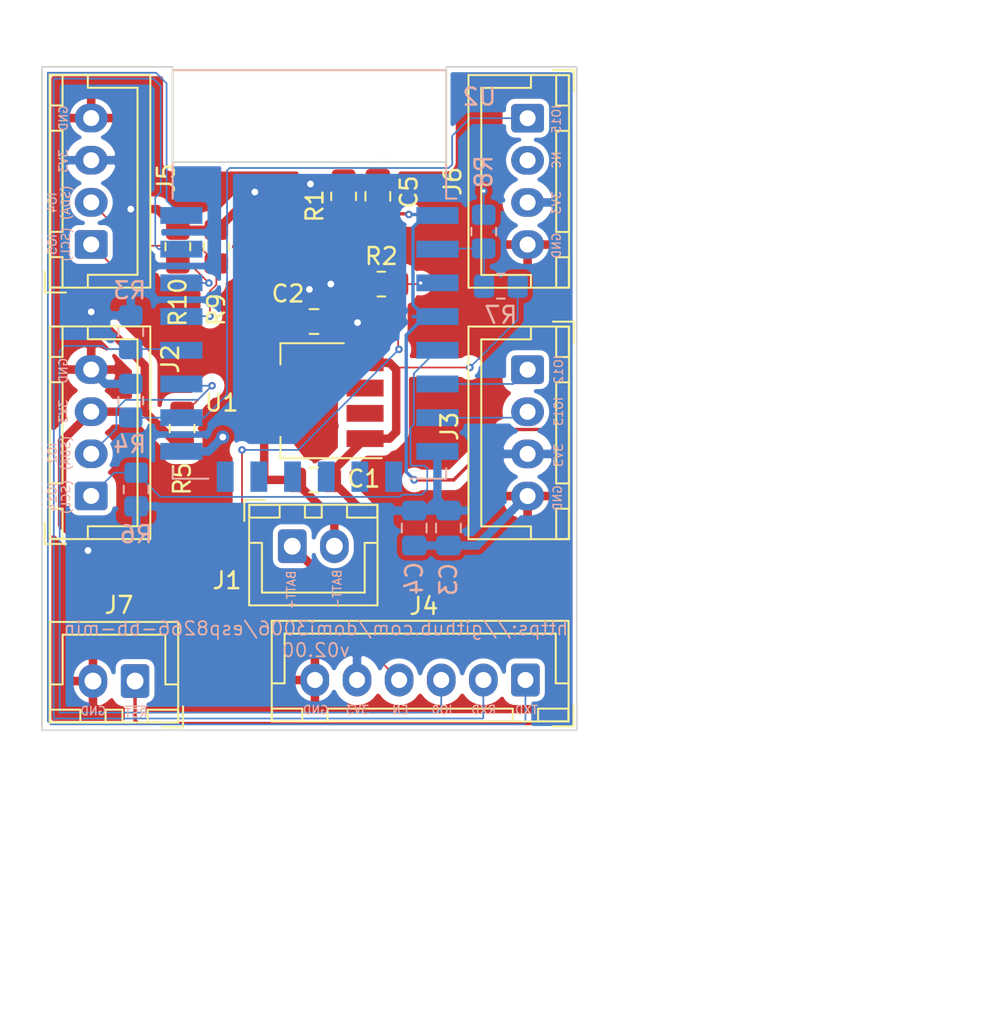
<source format=kicad_pcb>
(kicad_pcb (version 20171130) (host pcbnew 5.1.8-db9833491~88~ubuntu20.04.1)
  (title_block (title esp8266-bb-min) (rev v02.00))
  (layers (0 Front signal) (31 Back signal) (34 B.Paste user) (35 F.Paste user) (36 B.SilkS user) (37 F.SilkS user) (38 B.Mask user) (39 F.Mask user) (44 Edge.Cuts user))
  (net 0 "")
  (net 1 +BATT)
  (net 2 +3V3)
  (net 3 /~ESP_RST)
  (net 4 /ESP_GPIO14)
  (net 5 /ESP_GPIO2)
  (net 6 /ESP_GPIO12)
  (net 7 /ESP_GPIO13)
  (net 8 /ESP_GPIO15)
  (net 9 /ESP_GPIO5)
  (net 10 /ESP_GPIO4)
  (net 11 /ESP_GPIO0)
  (net 12 /ESP_RXD)
  (net 13 /ESP_TXD)
  (net 14 "Net-(U2-Pad14)")
  (net 15 "Net-(U2-Pad13)")
  (net 16 "Net-(U2-Pad12)")
  (net 17 "Net-(U2-Pad11)")
  (net 18 "Net-(U2-Pad10)")
  (net 19 "Net-(U2-Pad9)")
  (net 20 -BATT)
  (net 21 "Net-(J6-Pad2)")
  (net 22 /ESP_ADC)
  (net 23 "Net-(U1-Pad2)")
  (net 24 /ESP_EN)
  (module Resistor_SMD:R_0805_2012Metric_Pad1.20x1.40mm_HandSolder (layer Front) (at 105.7275 82.169 90)
    (fp_text reference R10 (at -3.302 0 90) (layer F.SilkS))
    (fp_text value 4k7)
    (pad 2 smd roundrect (at 1 0 90) (size 1.2 1.4) (layers Front F.Paste F.Mask) (roundrect_rratio 0.208333) (net 2 +3V3))
    (pad 1 smd roundrect (at -1 0 90) (size 1.2 1.4) (layers Front F.Paste F.Mask) (roundrect_rratio 0.208333) (net 9 /ESP_GPIO5))
  )
  (module Resistor_SMD:R_0805_2012Metric_Pad1.20x1.40mm_HandSolder (layer Front) (at 108.0135 82.169 90)
    (fp_text reference R9 (at -3.7465 0 90) (layer F.SilkS))
    (fp_text value 4k7)
    (pad 2 smd roundrect (at 1 0 90) (size 1.2 1.4) (layers Front F.Paste F.Mask) (roundrect_rratio 0.208333) (net 2 +3V3))
    (pad 1 smd roundrect (at -1 0 90) (size 1.2 1.4) (layers Front F.Paste F.Mask) (roundrect_rratio 0.208333) (net 10 /ESP_GPIO4))
  )
  (module Symbol:OSHW-Logo2_7.3x6mm_Copper (layer Front) (at 106.299 101.1555)
    (fp_text reference REF** hide)
    (fp_text value OSHW-Logo2_7.3x6mm_Copper hide)
    (fp_poly (pts (xy -2.400256 1.919918) (xy -2.344799 1.947568) (xy -2.295852 1.99848) (xy -2.282371 2.017338) (xy -2.267686 2.042015) (xy -2.258158 2.068816) (xy -2.252707 2.104587) (xy -2.250253 2.156169) (xy -2.249714 2.224267) (xy -2.252148 2.317588) (xy -2.260606 2.387657) (xy -2.276826 2.439931) (xy -2.302546 2.479869) (xy -2.339503 2.512929) (xy -2.342218 2.514886) (xy -2.37864 2.534908) (xy -2.422498 2.544815) (xy -2.478276 2.547257) (xy -2.568952 2.547257) (xy -2.56899 2.635283) (xy -2.569834 2.684308) (xy -2.574976 2.713065) (xy -2.588413 2.730311) (xy -2.614142 2.744808) (xy -2.620321 2.747769) (xy -2.649236 2.761648) (xy -2.671624 2.770414) (xy -2.688271 2.771171) (xy -2.699964 2.761023) (xy -2.70749 2.737073) (xy -2.711634 2.696426) (xy -2.713185 2.636186) (xy -2.712929 2.553455) (xy -2.711651 2.445339) (xy -2.711252 2.413) (xy -2.709815 2.301524) (xy -2.708528 2.228603) (xy -2.569029 2.228603) (xy -2.568245 2.290499) (xy -2.56476 2.330997) (xy -2.556876 2.357708) (xy -2.542895 2.378244) (xy -2.533403 2.38826) (xy -2.494596 2.417567) (xy -2.460237 2.419952) (xy -2.424784 2.39575) (xy -2.423886 2.394857) (xy -2.409461 2.376153) (xy -2.400687 2.350732) (xy -2.396261 2.311584) (xy -2.394882 2.251697) (xy -2.394857 2.23843) (xy -2.398188 2.155901) (xy -2.409031 2.098691) (xy -2.42866 2.063766) (xy -2.45835 2.048094) (xy -2.475509 2.046514) (xy -2.516234 2.053926) (xy -2.544168 2.07833) (xy -2.560983 2.12298) (xy -2.56835 2.19113) (xy -2.569029 2.228603) (xy -2.708528 2.228603) (xy -2.708292 2.215245) (xy -2.706323 2.150333) (xy -2.70355 2.102958) (xy -2.699612 2.06929) (xy -2.694151 2.045498) (xy -2.686808 2.027753) (xy -2.677223 2.012224) (xy -2.673113 2.006381) (xy -2.618595 1.951185) (xy -2.549664 1.91989) (xy -2.469928 1.911165) (xy -2.400256 1.919918)) (layer Front) (width 0.01))
    (fp_poly (pts (xy -1.283907 1.92778) (xy -1.237328 1.954723) (xy -1.204943 1.981466) (xy -1.181258 2.009484) (xy -1.164941 2.043748) (xy -1.154661 2.089227) (xy -1.149086 2.150892) (xy -1.146884 2.233711) (xy -1.146629 2.293246) (xy -1.146629 2.512391) (xy -1.208314 2.540044) (xy -1.27 2.567697) (xy -1.277257 2.32767) (xy -1.280256 2.238028) (xy -1.283402 2.172962) (xy -1.287299 2.128026) (xy -1.292553 2.09877) (xy -1.299769 2.080748) (xy -1.30955 2.069511) (xy -1.312688 2.067079) (xy -1.360239 2.048083) (xy -1.408303 2.0556) (xy -1.436914 2.075543) (xy -1.448553 2.089675) (xy -1.456609 2.10822) (xy -1.461729 2.136334) (xy -1.464559 2.179173) (xy -1.465744 2.241895) (xy -1.465943 2.307261) (xy -1.465982 2.389268) (xy -1.467386 2.447316) (xy -1.472086 2.486465) (xy -1.482013 2.51178) (xy -1.499097 2.528323) (xy -1.525268 2.541156) (xy -1.560225 2.554491) (xy -1.598404 2.569007) (xy -1.593859 2.311389) (xy -1.592029 2.218519) (xy -1.589888 2.149889) (xy -1.586819 2.100711) (xy -1.582206 2.066198) (xy -1.575432 2.041562) (xy -1.565881 2.022016) (xy -1.554366 2.00477) (xy -1.49881 1.94968) (xy -1.43102 1.917822) (xy -1.357287 1.910191) (xy -1.283907 1.92778)) (layer Front) (width 0.01))
    (fp_poly (pts (xy -2.958885 1.921962) (xy -2.890855 1.957733) (xy -2.840649 2.015301) (xy -2.822815 2.052312) (xy -2.808937 2.107882) (xy -2.801833 2.178096) (xy -2.80116 2.254727) (xy -2.806573 2.329552) (xy -2.81773 2.394342) (xy -2.834286 2.440873) (xy -2.839374 2.448887) (xy -2.899645 2.508707) (xy -2.971231 2.544535) (xy -3.048908 2.55502) (xy -3.127452 2.53881) (xy -3.149311 2.529092) (xy -3.191878 2.499143) (xy -3.229237 2.459433) (xy -3.232768 2.454397) (xy -3.247119 2.430124) (xy -3.256606 2.404178) (xy -3.26221 2.370022) (xy -3.264914 2.321119) (xy -3.265701 2.250935) (xy -3.265714 2.2352) (xy -3.265678 2.230192) (xy -3.120571 2.230192) (xy -3.119727 2.29643) (xy -3.116404 2.340386) (xy -3.109417 2.368779) (xy -3.097584 2.388325) (xy -3.091543 2.394857) (xy -3.056814 2.41968) (xy -3.023097 2.418548) (xy -2.989005 2.397016) (xy -2.968671 2.374029) (xy -2.956629 2.340478) (xy -2.949866 2.287569) (xy -2.949402 2.281399) (xy -2.948248 2.185513) (xy -2.960312 2.114299) (xy -2.98543 2.068194) (xy -3.02344 2.047635) (xy -3.037008 2.046514) (xy -3.072636 2.052152) (xy -3.097006 2.071686) (xy -3.111907 2.109042) (xy -3.119125 2.16815) (xy -3.120571 2.230192) (xy -3.265678 2.230192) (xy -3.265174 2.160413) (xy -3.262904 2.108159) (xy -3.257932 2.071949) (xy -3.249287 2.045299) (xy -3.235995 2.021722) (xy -3.233057 2.017338) (xy -3.183687 1.958249) (xy -3.129891 1.923947) (xy -3.064398 1.910331) (xy -3.042158 1.909665) (xy -2.958885 1.921962)) (layer Front) (width 0.01))
    (fp_poly (pts (xy -1.831697 1.931239) (xy -1.774473 1.969735) (xy -1.730251 2.025335) (xy -1.703833 2.096086) (xy -1.69849 2.148162) (xy -1.699097 2.169893) (xy -1.704178 2.186531) (xy -1.718145 2.201437) (xy -1.745411 2.217973) (xy -1.790388 2.239498) (xy -1.857489 2.269374) (xy -1.857829 2.269524) (xy -1.919593 2.297813) (xy -1.970241 2.322933) (xy -2.004596 2.342179) (xy -2.017482 2.352848) (xy -2.017486 2.352934) (xy -2.006128 2.376166) (xy -1.979569 2.401774) (xy -1.949077 2.420221) (xy -1.93363 2.423886) (xy -1.891485 2.411212) (xy -1.855192 2.379471) (xy -1.837483 2.344572) (xy -1.820448 2.318845) (xy -1.787078 2.289546) (xy -1.747851 2.264235) (xy -1.713244 2.250471) (xy -1.706007 2.249714) (xy -1.697861 2.26216) (xy -1.69737 2.293972) (xy -1.703357 2.336866) (xy -1.714643 2.382558) (xy -1.73005 2.422761) (xy -1.730829 2.424322) (xy -1.777196 2.489062) (xy -1.837289 2.533097) (xy -1.905535 2.554711) (xy -1.976362 2.552185) (xy -2.044196 2.523804) (xy -2.047212 2.521808) (xy -2.100573 2.473448) (xy -2.13566 2.410352) (xy -2.155078 2.327387) (xy -2.157684 2.304078) (xy -2.162299 2.194055) (xy -2.156767 2.142748) (xy -2.017486 2.142748) (xy -2.015676 2.174753) (xy -2.005778 2.184093) (xy -1.981102 2.177105) (xy -1.942205 2.160587) (xy -1.898725 2.139881) (xy -1.897644 2.139333) (xy -1.860791 2.119949) (xy -1.846 2.107013) (xy -1.849647 2.093451) (xy -1.865005 2.075632) (xy -1.904077 2.049845) (xy -1.946154 2.04795) (xy -1.983897 2.066717) (xy -2.009966 2.102915) (xy -2.017486 2.142748) (xy -2.156767 2.142748) (xy -2.152806 2.106027) (xy -2.12845 2.036212) (xy -2.094544 1.987302) (xy -2.033347 1.937878) (xy -1.965937 1.913359) (xy -1.89712 1.911797) (xy -1.831697 1.931239)) (layer Front) (width 0.01))
    (fp_poly (pts (xy -0.624114 1.851289) (xy -0.619861 1.910613) (xy -0.614975 1.945572) (xy -0.608205 1.96082) (xy -0.598298 1.961015) (xy -0.595086 1.959195) (xy -0.552356 1.946015) (xy -0.496773 1.946785) (xy -0.440263 1.960333) (xy -0.404918 1.977861) (xy -0.368679 2.005861) (xy -0.342187 2.037549) (xy -0.324001 2.077813) (xy -0.312678 2.131543) (xy -0.306778 2.203626) (xy -0.304857 2.298951) (xy -0.304823 2.317237) (xy -0.3048 2.522646) (xy -0.350509 2.53858) (xy -0.382973 2.54942) (xy -0.400785 2.554468) (xy -0.401309 2.554514) (xy -0.403063 2.540828) (xy -0.404556 2.503076) (xy -0.405674 2.446224) (xy -0.406303 2.375234) (xy -0.4064 2.332073) (xy -0.406602 2.246973) (xy -0.407642 2.185981) (xy -0.410169 2.144177) (xy -0.414836 2.116642) (xy -0.422293 2.098456) (xy -0.433189 2.084698) (xy -0.439993 2.078073) (xy -0.486728 2.051375) (xy -0.537728 2.049375) (xy -0.583999 2.071955) (xy -0.592556 2.080107) (xy -0.605107 2.095436) (xy -0.613812 2.113618) (xy -0.619369 2.139909) (xy -0.622474 2.179562) (xy -0.623824 2.237832) (xy -0.624114 2.318173) (xy -0.624114 2.522646) (xy -0.669823 2.53858) (xy -0.702287 2.54942) (xy -0.720099 2.554468) (xy -0.720623 2.554514) (xy -0.721963 2.540623) (xy -0.723172 2.501439) (xy -0.724199 2.4407) (xy -0.724998 2.362141) (xy -0.725519 2.269498) (xy -0.725714 2.166509) (xy -0.725714 1.769342) (xy -0.678543 1.749444) (xy -0.631371 1.729547) (xy -0.624114 1.851289)) (layer Front) (width 0.01))
    (fp_poly (pts (xy 0.039744 1.950968) (xy 0.096616 1.972087) (xy 0.097267 1.972493) (xy 0.13244 1.99838) (xy 0.158407 2.028633) (xy 0.17667 2.068058) (xy 0.188732 2.121462) (xy 0.196096 2.193651) (xy 0.200264 2.289432) (xy 0.200629 2.303078) (xy 0.205876 2.508842) (xy 0.161716 2.531678) (xy 0.129763 2.54711) (xy 0.11047 2.554423) (xy 0.109578 2.554514) (xy 0.106239 2.541022) (xy 0.103587 2.504626) (xy 0.101956 2.451452) (xy 0.1016 2.408393) (xy 0.101592 2.338641) (xy 0.098403 2.294837) (xy 0.087288 2.273944) (xy 0.063501 2.272925) (xy 0.022296 2.288741) (xy -0.039914 2.317815) (xy -0.085659 2.341963) (xy -0.109187 2.362913) (xy -0.116104 2.385747) (xy -0.116114 2.386877) (xy -0.104701 2.426212) (xy -0.070908 2.447462) (xy -0.019191 2.450539) (xy 0.018061 2.450006) (xy 0.037703 2.460735) (xy 0.049952 2.486505) (xy 0.057002 2.519337) (xy 0.046842 2.537966) (xy 0.043017 2.540632) (xy 0.007001 2.55134) (xy -0.043434 2.552856) (xy -0.095374 2.545759) (xy -0.132178 2.532788) (xy -0.183062 2.489585) (xy -0.211986 2.429446) (xy -0.217714 2.382462) (xy -0.213343 2.340082) (xy -0.197525 2.305488) (xy -0.166203 2.274763) (xy -0.115322 2.24399) (xy -0.040824 2.209252) (xy -0.036286 2.207288) (xy 0.030821 2.176287) (xy 0.072232 2.150862) (xy 0.089981 2.128014) (xy 0.086107 2.104745) (xy 0.062643 2.078056) (xy 0.055627 2.071914) (xy 0.00863 2.0481) (xy -0.040067 2.049103) (xy -0.082478 2.072451) (xy -0.110616 2.115675) (xy -0.113231 2.12416) (xy -0.138692 2.165308) (xy -0.170999 2.185128) (xy -0.217714 2.20477) (xy -0.217714 2.15395) (xy -0.203504 2.080082) (xy -0.161325 2.012327) (xy -0.139376 1.989661) (xy -0.089483 1.960569) (xy -0.026033 1.9474) (xy 0.039744 1.950968)) (layer Front) (width 0.01))
    (fp_poly (pts (xy 0.529926 1.949755) (xy 0.595858 1.974084) (xy 0.649273 2.017117) (xy 0.670164 2.047409) (xy 0.692939 2.102994) (xy 0.692466 2.143186) (xy 0.668562 2.170217) (xy 0.659717 2.174813) (xy 0.62153 2.189144) (xy 0.602028 2.185472) (xy 0.595422 2.161407) (xy 0.595086 2.148114) (xy 0.582992 2.09921) (xy 0.551471 2.064999) (xy 0.507659 2.048476) (xy 0.458695 2.052634) (xy 0.418894 2.074227) (xy 0.40545 2.086544) (xy 0.395921 2.101487) (xy 0.389485 2.124075) (xy 0.385317 2.159328) (xy 0.382597 2.212266) (xy 0.380502 2.287907) (xy 0.37996 2.311857) (xy 0.377981 2.39379) (xy 0.375731 2.451455) (xy 0.372357 2.489608) (xy 0.367006 2.513004) (xy 0.358824 2.526398) (xy 0.346959 2.534545) (xy 0.339362 2.538144) (xy 0.307102 2.550452) (xy 0.288111 2.554514) (xy 0.281836 2.540948) (xy 0.278006 2.499934) (xy 0.2766 2.430999) (xy 0.277598 2.333669) (xy 0.277908 2.318657) (xy 0.280101 2.229859) (xy 0.282693 2.165019) (xy 0.286382 2.119067) (xy 0.291864 2.086935) (xy 0.299835 2.063553) (xy 0.310993 2.043852) (xy 0.31683 2.03541) (xy 0.350296 1.998057) (xy 0.387727 1.969003) (xy 0.392309 1.966467) (xy 0.459426 1.946443) (xy 0.529926 1.949755)) (layer Front) (width 0.01))
    (fp_poly (pts (xy 1.190117 2.065358) (xy 1.189933 2.173837) (xy 1.189219 2.257287) (xy 1.187675 2.319704) (xy 1.185001 2.365085) (xy 1.180894 2.397429) (xy 1.175055 2.420733) (xy 1.167182 2.438995) (xy 1.161221 2.449418) (xy 1.111855 2.505945) (xy 1.049264 2.541377) (xy 0.980013 2.55409) (xy 0.910668 2.542463) (xy 0.869375 2.521568) (xy 0.826025 2.485422) (xy 0.796481 2.441276) (xy 0.778655 2.383462) (xy 0.770463 2.306313) (xy 0.769302 2.249714) (xy 0.769458 2.245647) (xy 0.870857 2.245647) (xy 0.871476 2.31055) (xy 0.874314 2.353514) (xy 0.88084 2.381622) (xy 0.892523 2.401953) (xy 0.906483 2.417288) (xy 0.953365 2.44689) (xy 1.003701 2.449419) (xy 1.051276 2.424705) (xy 1.054979 2.421356) (xy 1.070783 2.403935) (xy 1.080693 2.383209) (xy 1.086058 2.352362) (xy 1.088228 2.304577) (xy 1.088571 2.251748) (xy 1.087827 2.185381) (xy 1.084748 2.141106) (xy 1.078061 2.112009) (xy 1.066496 2.091173) (xy 1.057013 2.080107) (xy 1.01296 2.052198) (xy 0.962224 2.048843) (xy 0.913796 2.070159) (xy 0.90445 2.078073) (xy 0.88854 2.095647) (xy 0.87861 2.116587) (xy 0.873278 2.147782) (xy 0.871163 2.196122) (xy 0.870857 2.245647) (xy 0.769458 2.245647) (xy 0.77281 2.158568) (xy 0.784726 2.090086) (xy 0.807135 2.0386) (xy 0.842124 1.998443) (xy 0.869375 1.977861) (xy 0.918907 1.955625) (xy 0.976316 1.945304) (xy 1.029682 1.948067) (xy 1.059543 1.959212) (xy 1.071261 1.962383) (xy 1.079037 1.950557) (xy 1.084465 1.918866) (xy 1.088571 1.870593) (xy 1.093067 1.816829) (xy 1.099313 1.784482) (xy 1.110676 1.765985) (xy 1.130528 1.75377) (xy 1.143 1.748362) (xy 1.190171 1.728601) (xy 1.190117 2.065358)) (layer Front) (width 0.01))
    (fp_poly (pts (xy 1.779833 1.958663) (xy 1.782048 1.99685) (xy 1.783784 2.054886) (xy 1.784899 2.12818) (xy 1.785257 2.205055) (xy 1.785257 2.465196) (xy 1.739326 2.511127) (xy 1.707675 2.539429) (xy 1.67989 2.550893) (xy 1.641915 2.550168) (xy 1.62684 2.548321) (xy 1.579726 2.542948) (xy 1.540756 2.539869) (xy 1.531257 2.539585) (xy 1.499233 2.541445) (xy 1.453432 2.546114) (xy 1.435674 2.548321) (xy 1.392057 2.551735) (xy 1.362745 2.54432) (xy 1.33368 2.521427) (xy 1.323188 2.511127) (xy 1.277257 2.465196) (xy 1.277257 1.978602) (xy 1.314226 1.961758) (xy 1.346059 1.949282) (xy 1.364683 1.944914) (xy 1.369458 1.958718) (xy 1.373921 1.997286) (xy 1.377775 2.056356) (xy 1.380722 2.131663) (xy 1.382143 2.195286) (xy 1.386114 2.445657) (xy 1.420759 2.450556) (xy 1.452268 2.447131) (xy 1.467708 2.436041) (xy 1.472023 2.415308) (xy 1.475708 2.371145) (xy 1.478469 2.309146) (xy 1.480012 2.234909) (xy 1.480235 2.196706) (xy 1.480457 1.976783) (xy 1.526166 1.960849) (xy 1.558518 1.950015) (xy 1.576115 1.944962) (xy 1.576623 1.944914) (xy 1.578388 1.958648) (xy 1.580329 1.99673) (xy 1.582282 2.054482) (xy 1.584084 2.127227) (xy 1.585343 2.195286) (xy 1.589314 2.445657) (xy 1.6764 2.445657) (xy 1.680396 2.21724) (xy 1.684392 1.988822) (xy 1.726847 1.966868) (xy 1.758192 1.951793) (xy 1.776744 1.944951) (xy 1.777279 1.944914) (xy 1.779833 1.958663)) (layer Front) (width 0.01))
    (fp_poly (pts (xy 2.144876 1.956335) (xy 2.186667 1.975344) (xy 2.219469 1.998378) (xy 2.243503 2.024133) (xy 2.260097 2.057358) (xy 2.270577 2.1028) (xy 2.276271 2.165207) (xy 2.278507 2.249327) (xy 2.278743 2.304721) (xy 2.278743 2.520826) (xy 2.241774 2.53767) (xy 2.212656 2.549981) (xy 2.198231 2.554514) (xy 2.195472 2.541025) (xy 2.193282 2.504653) (xy 2.191942 2.451542) (xy 2.191657 2.409372) (xy 2.190434 2.348447) (xy 2.187136 2.300115) (xy 2.182321 2.270518) (xy 2.178496 2.264229) (xy 2.152783 2.270652) (xy 2.112418 2.287125) (xy 2.065679 2.309458) (xy 2.020845 2.333457) (xy 1.986193 2.35493) (xy 1.970002 2.369685) (xy 1.969938 2.369845) (xy 1.97133 2.397152) (xy 1.983818 2.423219) (xy 2.005743 2.444392) (xy 2.037743 2.451474) (xy 2.065092 2.450649) (xy 2.103826 2.450042) (xy 2.124158 2.459116) (xy 2.136369 2.483092) (xy 2.137909 2.487613) (xy 2.143203 2.521806) (xy 2.129047 2.542568) (xy 2.092148 2.552462) (xy 2.052289 2.554292) (xy 1.980562 2.540727) (xy 1.943432 2.521355) (xy 1.897576 2.475845) (xy 1.873256 2.419983) (xy 1.871073 2.360957) (xy 1.891629 2.305953) (xy 1.922549 2.271486) (xy 1.95342 2.252189) (xy 2.001942 2.227759) (xy 2.058485 2.202985) (xy 2.06791 2.199199) (xy 2.130019 2.171791) (xy 2.165822 2.147634) (xy 2.177337 2.123619) (xy 2.16658 2.096635) (xy 2.148114 2.075543) (xy 2.104469 2.049572) (xy 2.056446 2.047624) (xy 2.012406 2.067637) (xy 1.980709 2.107551) (xy 1.976549 2.117848) (xy 1.952327 2.155724) (xy 1.916965 2.183842) (xy 1.872343 2.206917) (xy 1.872343 2.141485) (xy 1.874969 2.101506) (xy 1.88623 2.069997) (xy 1.911199 2.036378) (xy 1.935169 2.010484) (xy 1.972441 1.973817) (xy 2.001401 1.954121) (xy 2.032505 1.94622) (xy 2.067713 1.944914) (xy 2.144876 1.956335)) (layer Front) (width 0.01))
    (fp_poly (pts (xy 2.6526 1.958752) (xy 2.669948 1.966334) (xy 2.711356 1.999128) (xy 2.746765 2.046547) (xy 2.768664 2.097151) (xy 2.772229 2.122098) (xy 2.760279 2.156927) (xy 2.734067 2.175357) (xy 2.705964 2.186516) (xy 2.693095 2.188572) (xy 2.686829 2.173649) (xy 2.674456 2.141175) (xy 2.669028 2.126502) (xy 2.63859 2.075744) (xy 2.59452 2.050427) (xy 2.53801 2.051206) (xy 2.533825 2.052203) (xy 2.503655 2.066507) (xy 2.481476 2.094393) (xy 2.466327 2.139287) (xy 2.45725 2.204615) (xy 2.453286 2.293804) (xy 2.452914 2.341261) (xy 2.45273 2.416071) (xy 2.451522 2.467069) (xy 2.448309 2.499471) (xy 2.442109 2.518495) (xy 2.43194 2.529356) (xy 2.416819 2.537272) (xy 2.415946 2.53767) (xy 2.386828 2.549981) (xy 2.372403 2.554514) (xy 2.370186 2.540809) (xy 2.368289 2.502925) (xy 2.366847 2.445715) (xy 2.365998 2.374027) (xy 2.365829 2.321565) (xy 2.366692 2.220047) (xy 2.37007 2.143032) (xy 2.377142 2.086023) (xy 2.389088 2.044526) (xy 2.40709 2.014043) (xy 2.432327 1.99008) (xy 2.457247 1.973355) (xy 2.517171 1.951097) (xy 2.586911 1.946076) (xy 2.6526 1.958752)) (layer Front) (width 0.01))
    (fp_poly (pts (xy 3.153595 1.966966) (xy 3.211021 2.004497) (xy 3.238719 2.038096) (xy 3.260662 2.099064) (xy 3.262405 2.147308) (xy 3.258457 2.211816) (xy 3.109686 2.276934) (xy 3.037349 2.310202) (xy 2.990084 2.336964) (xy 2.965507 2.360144) (xy 2.961237 2.382667) (xy 2.974889 2.407455) (xy 2.989943 2.423886) (xy 3.033746 2.450235) (xy 3.081389 2.452081) (xy 3.125145 2.431546) (xy 3.157289 2.390752) (xy 3.163038 2.376347) (xy 3.190576 2.331356) (xy 3.222258 2.312182) (xy 3.265714 2.295779) (xy 3.265714 2.357966) (xy 3.261872 2.400283) (xy 3.246823 2.435969) (xy 3.21528 2.476943) (xy 3.210592 2.482267) (xy 3.175506 2.51872) (xy 3.145347 2.538283) (xy 3.107615 2.547283) (xy 3.076335 2.55023) (xy 3.020385 2.550965) (xy 2.980555 2.54166) (xy 2.955708 2.527846) (xy 2.916656 2.497467) (xy 2.889625 2.464613) (xy 2.872517 2.423294) (xy 2.863238 2.367521) (xy 2.859693 2.291305) (xy 2.85941 2.252622) (xy 2.860372 2.206247) (xy 2.948007 2.206247) (xy 2.949023 2.231126) (xy 2.951556 2.2352) (xy 2.968274 2.229665) (xy 3.004249 2.215017) (xy 3.052331 2.19419) (xy 3.062386 2.189714) (xy 3.123152 2.158814) (xy 3.156632 2.131657) (xy 3.16399 2.10622) (xy 3.146391 2.080481) (xy 3.131856 2.069109) (xy 3.07941 2.046364) (xy 3.030322 2.050122) (xy 2.989227 2.077884) (xy 2.960758 2.127152) (xy 2.951631 2.166257) (xy 2.948007 2.206247) (xy 2.860372 2.206247) (xy 2.861285 2.162249) (xy 2.868196 2.095384) (xy 2.881884 2.046695) (xy 2.904096 2.010849) (xy 2.936574 1.982513) (xy 2.950733 1.973355) (xy 3.015053 1.949507) (xy 3.085473 1.948006) (xy 3.153595 1.966966)) (layer Front) (width 0.01))
    (fp_poly (pts (xy 0.10391 -2.757652) (xy 0.182454 -2.757222) (xy 0.239298 -2.756058) (xy 0.278105 -2.753793) (xy 0.302538 -2.75006) (xy 0.316262 -2.744494) (xy 0.32294 -2.736727) (xy 0.326236 -2.726395) (xy 0.326556 -2.725057) (xy 0.331562 -2.700921) (xy 0.340829 -2.653299) (xy 0.353392 -2.587259) (xy 0.368287 -2.507872) (xy 0.384551 -2.420204) (xy 0.385119 -2.417125) (xy 0.40141 -2.331211) (xy 0.416652 -2.255304) (xy 0.429861 -2.193955) (xy 0.440054 -2.151718) (xy 0.446248 -2.133145) (xy 0.446543 -2.132816) (xy 0.464788 -2.123747) (xy 0.502405 -2.108633) (xy 0.551271 -2.090738) (xy 0.551543 -2.090642) (xy 0.613093 -2.067507) (xy 0.685657 -2.038035) (xy 0.754057 -2.008403) (xy 0.757294 -2.006938) (xy 0.868702 -1.956374) (xy 1.115399 -2.12484) (xy 1.191077 -2.176197) (xy 1.259631 -2.222111) (xy 1.317088 -2.25997) (xy 1.359476 -2.287163) (xy 1.382825 -2.301079) (xy 1.385042 -2.302111) (xy 1.40201 -2.297516) (xy 1.433701 -2.275345) (xy 1.481352 -2.234553) (xy 1.546198 -2.174095) (xy 1.612397 -2.109773) (xy 1.676214 -2.046388) (xy 1.733329 -1.988549) (xy 1.780305 -1.939825) (xy 1.813703 -1.90379) (xy 1.830085 -1.884016) (xy 1.830694 -1.882998) (xy 1.832505 -1.869428) (xy 1.825683 -1.847267) (xy 1.80854 -1.813522) (xy 1.779393 -1.7652) (xy 1.736555 -1.699308) (xy 1.679448 -1.614483) (xy 1.628766 -1.539823) (xy 1.583461 -1.47286) (xy 1.54615 -1.417484) (xy 1.519452 -1.37758) (xy 1.505985 -1.357038) (xy 1.505137 -1.355644) (xy 1.506781 -1.335962) (xy 1.519245 -1.297707) (xy 1.540048 -1.248111) (xy 1.547462 -1.232272) (xy 1.579814 -1.16171) (xy 1.614328 -1.081647) (xy 1.642365 -1.012371) (xy 1.662568 -0.960955) (xy 1.678615 -0.921881) (xy 1.687888 -0.901459) (xy 1.689041 -0.899886) (xy 1.706096 -0.897279) (xy 1.746298 -0.890137) (xy 1.804302 -0.879477) (xy 1.874763 -0.866315) (xy 1.952335 -0.851667) (xy 2.031672 -0.836551) (xy 2.107431 -0.821982) (xy 2.174264 -0.808978) (xy 2.226828 -0.798555) (xy 2.259776 -0.79173) (xy 2.267857 -0.789801) (xy 2.276205 -0.785038) (xy 2.282506 -0.774282) (xy 2.287045 -0.753902) (xy 2.290104 -0.720266) (xy 2.291967 -0.669745) (xy 2.292918 -0.598708) (xy 2.29324 -0.503524) (xy 2.293257 -0.464508) (xy 2.293257 -0.147201) (xy 2.217057 -0.132161) (xy 2.174663 -0.124005) (xy 2.1114 -0.112101) (xy 2.034962 -0.097884) (xy 1.953043 -0.08279) (xy 1.9304 -0.078645) (xy 1.854806 -0.063947) (xy 1.788953 -0.049495) (xy 1.738366 -0.036625) (xy 1.708574 -0.026678) (xy 1.703612 -0.023713) (xy 1.691426 -0.002717) (xy 1.673953 0.037967) (xy 1.654577 0.090322) (xy 1.650734 0.1016) (xy 1.625339 0.171523) (xy 1.593817 0.250418) (xy 1.562969 0.321266) (xy 1.562817 0.321595) (xy 1.511447 0.432733) (xy 1.680399 0.681253) (xy 1.849352 0.929772) (xy 1.632429 1.147058) (xy 1.566819 1.211726) (xy 1.506979 1.268733) (xy 1.456267 1.315033) (xy 1.418046 1.347584) (xy 1.395675 1.363343) (xy 1.392466 1.364343) (xy 1.373626 1.356469) (xy 1.33518 1.334578) (xy 1.28133 1.301267) (xy 1.216276 1.259131) (xy 1.14594 1.211943) (xy 1.074555 1.16381) (xy 1.010908 1.121928) (xy 0.959041 1.088871) (xy 0.922995 1.067218) (xy 0.906867 1.059543) (xy 0.887189 1.066037) (xy 0.849875 1.08315) (xy 0.802621 1.107326) (xy 0.797612 1.110013) (xy 0.733977 1.141927) (xy 0.690341 1.157579) (xy 0.663202 1.157745) (xy 0.649057 1.143204) (xy 0.648975 1.143) (xy 0.641905 1.125779) (xy 0.625042 1.084899) (xy 0.599695 1.023525) (xy 0.567171 0.944819) (xy 0.528778 0.851947) (xy 0.485822 0.748072) (xy 0.444222 0.647502) (xy 0.398504 0.536516) (xy 0.356526 0.433703) (xy 0.319548 0.342215) (xy 0.288827 0.265201) (xy 0.265622 0.205815) (xy 0.25119 0.167209) (xy 0.246743 0.1528) (xy 0.257896 0.136272) (xy 0.287069 0.10993) (xy 0.325971 0.080887) (xy 0.436757 -0.010961) (xy 0.523351 -0.116241) (xy 0.584716 -0.232734) (xy 0.619815 -0.358224) (xy 0.627608 -0.490493) (xy 0.621943 -0.551543) (xy 0.591078 -0.678205) (xy 0.53792 -0.790059) (xy 0.465767 -0.885999) (xy 0.377917 -0.964924) (xy 0.277665 -1.02573) (xy 0.16831 -1.067313) (xy 0.053147 -1.088572) (xy -0.064525 -1.088401) (xy -0.18141 -1.065699) (xy -0.294211 -1.019362) (xy -0.399631 -0.948287) (xy -0.443632 -0.908089) (xy -0.528021 -0.804871) (xy -0.586778 -0.692075) (xy -0.620296 -0.57299) (xy -0.628965 -0.450905) (xy -0.613177 -0.329107) (xy -0.573322 -0.210884) (xy -0.509793 -0.099525) (xy -0.422979 0.001684) (xy -0.325971 0.080887) (xy -0.285563 0.111162) (xy -0.257018 0.137219) (xy -0.246743 0.152825) (xy -0.252123 0.169843) (xy -0.267425 0.2105) (xy -0.291388 0.271642) (xy -0.322756 0.350119) (xy -0.360268 0.44278) (xy -0.402667 0.546472) (xy -0.444337 0.647526) (xy -0.49031 0.758607) (xy -0.532893 0.861541) (xy -0.570779 0.953165) (xy -0.60266 1.030316) (xy -0.627229 1.089831) (xy -0.64318 1.128544) (xy -0.64909 1.143) (xy -0.663052 1.157685) (xy -0.69006 1.157642) (xy -0.733587 1.142099) (xy -0.79711 1.110284) (xy -0.797612 1.110013) (xy -0.84544 1.085323) (xy -0.884103 1.067338) (xy -0.905905 1.059614) (xy -0.906867 1.059543) (xy -0.923279 1.067378) (xy -0.959513 1.089165) (xy -1.011526 1.122328) (xy -1.075275 1.164291) (xy -1.14594 1.211943) (xy -1.217884 1.260191) (xy -1.282726 1.302151) (xy -1.336265 1.335227) (xy -1.374303 1.356821) (xy -1.392467 1.364343) (xy -1.409192 1.354457) (xy -1.44282 1.326826) (xy -1.48999 1.284495) (xy -1.547342 1.230505) (xy -1.611516 1.167899) (xy -1.632503 1.146983) (xy -1.849501 0.929623) (xy -1.684332 0.68722) (xy -1.634136 0.612781) (xy -1.590081 0.545972) (xy -1.554638 0.490665) (xy -1.530281 0.450729) (xy -1.519478 0.430036) (xy -1.519162 0.428563) (xy -1.524857 0.409058) (xy -1.540174 0.369822) (xy -1.562463 0.31743) (xy -1.578107 0.282355) (xy -1.607359 0.215201) (xy -1.634906 0.147358) (xy -1.656263 0.090034) (xy -1.662065 0.072572) (xy -1.678548 0.025938) (xy -1.69466 -0.010095) (xy -1.70351 -0.023713) (xy -1.72304 -0.032048) (xy -1.765666 -0.043863) (xy -1.825855 -0.057819) (xy -1.898078 -0.072578) (xy -1.9304 -0.078645) (xy -2.012478 -0.093727) (xy -2.091205 -0.108331) (xy -2.158891 -0.12102) (xy -2.20784 -0.130358) (xy -2.217057 -0.132161) (xy -2.293257 -0.147201) (xy -2.293257 -0.464508) (xy -2.293086 -0.568846) (xy -2.292384 -0.647787) (xy -2.290866 -0.704962) (xy -2.288251 -0.744001) (xy -2.284254 -0.768535) (xy -2.278591 -0.782195) (xy -2.27098 -0.788611) (xy -2.267857 -0.789801) (xy -2.249022 -0.79402) (xy -2.207412 -0.802438) (xy -2.14837 -0.814039) (xy -2.077243 -0.827805) (xy -1.999375 -0.84272) (xy -1.920113 -0.857768) (xy -1.844802 -0.871931) (xy -1.778787 -0.884194) (xy -1.727413 -0.893539) (xy -1.696025 -0.89895) (xy -1.689041 -0.899886) (xy -1.682715 -0.912404) (xy -1.66871 -0.945754) (xy -1.649645 -0.993623) (xy -1.642366 -1.012371) (xy -1.613004 -1.084805) (xy -1.578429 -1.16483) (xy -1.547463 -1.232272) (xy -1.524677 -1.283841) (xy -1.509518 -1.326215) (xy -1.504458 -1.352166) (xy -1.505264 -1.355644) (xy -1.515959 -1.372064) (xy -1.54038 -1.408583) (xy -1.575905 -1.461313) (xy -1.619913 -1.526365) (xy -1.669783 -1.599849) (xy -1.679644 -1.614355) (xy -1.737508 -1.700296) (xy -1.780044 -1.765739) (xy -1.808946 -1.813696) (xy -1.82591 -1.84718) (xy -1.832633 -1.869205) (xy -1.83081 -1.882783) (xy -1.830764 -1.882869) (xy -1.816414 -1.900703) (xy -1.784677 -1.935183) (xy -1.73899 -1.982732) (xy -1.682796 -2.039778) (xy -1.619532 -2.102745) (xy -1.612398 -2.109773) (xy -1.53267 -2.18698) (xy -1.471143 -2.24367) (xy -1.426579 -2.28089) (xy -1.397743 -2.299685) (xy -1.385042 -2.302111) (xy -1.366506 -2.291529) (xy -1.328039 -2.267084) (xy -1.273614 -2.231388) (xy -1.207202 -2.187053) (xy -1.132775 -2.136689) (xy -1.115399 -2.12484) (xy -0.868703 -1.956374) (xy -0.757294 -2.006938) (xy -0.689543 -2.036405) (xy -0.616817 -2.066041) (xy -0.554297 -2.08967) (xy -0.551543 -2.090642) (xy -0.50264 -2.108543) (xy -0.464943 -2.12368) (xy -0.446575 -2.13279) (xy -0.446544 -2.132816) (xy -0.440715 -2.149283) (xy -0.430808 -2.189781) (xy -0.417805 -2.249758) (xy -0.402691 -2.32466) (xy -0.386448 -2.409936) (xy -0.385119 -2.417125) (xy -0.368825 -2.504986) (xy -0.353867 -2.58474) (xy -0.341209 -2.651319) (xy -0.331814 -2.699653) (xy -0.326646 -2.724675) (xy -0.326556 -2.725057) (xy -0.323411 -2.735701) (xy -0.317296 -2.743738) (xy -0.304547 -2.749533) (xy -0.2815 -2.753453) (xy -0.244491 -2.755865) (xy -0.189856 -2.757135) (xy -0.113933 -2.757629) (xy -0.013056 -2.757714) (xy 0 -2.757714) (xy 0.10391 -2.757652)) (layer Front) (width 0.01))
  )
  (module RF_Module:ESP-12E (layer Back) (at 113.538 83.82 180)
    (fp_text reference U2 (at -10.0965 10.541) (layer B.SilkS) (effects (justify mirror)))
    (fp_text value ESP-12F)
    (pad 22 smd rect (at 7.6 3.5 180) (size 2.5 1) (layers Back B.Paste B.Mask) (net 13 /ESP_TXD))
    (pad 21 smd rect (at 7.6 1.5 180) (size 2.5 1) (layers Back B.Paste B.Mask) (net 12 /ESP_RXD))
    (pad 20 smd rect (at 7.6 -0.5 180) (size 2.5 1) (layers Back B.Paste B.Mask) (net 9 /ESP_GPIO5))
    (pad 19 smd rect (at 7.6 -2.5 180) (size 2.5 1) (layers Back B.Paste B.Mask) (net 10 /ESP_GPIO4))
    (pad 18 smd rect (at 7.6 -4.5 180) (size 2.5 1) (layers Back B.Paste B.Mask) (net 11 /ESP_GPIO0))
    (pad 17 smd rect (at 7.6 -6.5 180) (size 2.5 1) (layers Back B.Paste B.Mask) (net 5 /ESP_GPIO2))
    (pad 16 smd rect (at 7.6 -8.5 180) (size 2.5 1) (layers Back B.Paste B.Mask) (net 8 /ESP_GPIO15))
    (pad 15 smd rect (at 7.6 -10.5 180) (size 2.5 1) (layers Back B.Paste B.Mask) (net 20 -BATT))
    (pad 14 smd rect (at 5 -12 180) (size 1 1.8) (layers Back B.Paste B.Mask) (net 14 "Net-(U2-Pad14)"))
    (pad 13 smd rect (at 3 -12 180) (size 1 1.8) (layers Back B.Paste B.Mask) (net 15 "Net-(U2-Pad13)"))
    (pad 12 smd rect (at 1 -12 180) (size 1 1.8) (layers Back B.Paste B.Mask) (net 16 "Net-(U2-Pad12)"))
    (pad 11 smd rect (at -1 -12 180) (size 1 1.8) (layers Back B.Paste B.Mask) (net 17 "Net-(U2-Pad11)"))
    (pad 10 smd rect (at -3 -12 180) (size 1 1.8) (layers Back B.Paste B.Mask) (net 18 "Net-(U2-Pad10)"))
    (pad 9 smd rect (at -5 -12 180) (size 1 1.8) (layers Back B.Paste B.Mask) (net 19 "Net-(U2-Pad9)"))
    (pad 8 smd rect (at -7.6 -10.5 180) (size 2.5 1) (layers Back B.Paste B.Mask) (net 2 +3V3))
    (pad 7 smd rect (at -7.6 -8.5 180) (size 2.5 1) (layers Back B.Paste B.Mask) (net 7 /ESP_GPIO13))
    (pad 6 smd rect (at -7.6 -6.5 180) (size 2.5 1) (layers Back B.Paste B.Mask) (net 6 /ESP_GPIO12))
    (pad 5 smd rect (at -7.6 -4.5 180) (size 2.5 1) (layers Back B.Paste B.Mask) (net 4 /ESP_GPIO14))
    (pad 4 smd rect (at -7.6 -2.5 180) (size 2.5 1) (layers Back B.Paste B.Mask) (net 3 /~ESP_RST))
    (pad 3 smd rect (at -7.6 -0.5 180) (size 2.5 1) (layers Back B.Paste B.Mask) (net 24 /ESP_EN))
    (pad 2 smd rect (at -7.6 1.5 180) (size 2.5 1) (layers Back B.Paste B.Mask) (net 22 /ESP_ADC))
    (pad 1 smd rect (at -7.6 3.5 180) (size 2.5 1) (layers Back B.Paste B.Mask) (net 3 /~ESP_RST))
  )
  (module Package_TO_SOT_SMD:SOT-223-5 (layer Front) (at 113.792 91.313 180)
    (fp_text reference U1 (at 5.461 -0.127) (layer F.SilkS))
    (fp_text value LP38693MP-3.3)
    (pad 1 smd rect (at -3.05 -2.25 180) (size 2.2 1) (layers Front F.Paste F.Mask) (net 1 +BATT))
    (pad 3 smd rect (at -3.05 0.75 180) (size 2.2 1) (layers Front F.Paste F.Mask) (net 2 +3V3))
    (pad 5 smd rect (at 3.25 0 180) (size 1.8 3.4) (layers Front F.Paste F.Mask) (net 20 -BATT))
    (pad 2 smd rect (at -3.05 -0.75 180) (size 2.2 1) (layers Front F.Paste F.Mask) (net 23 "Net-(U1-Pad2)"))
    (pad 4 smd rect (at -3.05 2.25 180) (size 2.2 1) (layers Front F.Paste F.Mask) (net 1 +BATT))
  )
  (module Resistor_SMD:R_0805_2012Metric_Pad1.20x1.40mm_HandSolder (layer Back) (at 123.8885 81.28 270)
    (fp_text reference R8 (at -3.556 0 90) (layer B.SilkS) (effects (justify mirror)))
    (fp_text value 39k)
    (pad 2 smd roundrect (at 1 0 270) (size 1.2 1.4) (layers Back B.Paste B.Mask) (roundrect_rratio 0.208333) (net 22 /ESP_ADC))
    (pad 1 smd roundrect (at -1 0 270) (size 1.2 1.4) (layers Back B.Paste B.Mask) (roundrect_rratio 0.208333) (net 20 -BATT))
  )
  (module Resistor_SMD:R_0805_2012Metric_Pad1.20x1.40mm_HandSolder (layer Back) (at 124.9045 84.5185)
    (fp_text reference R7 (at 0 1.7145 180) (layer B.SilkS) (effects (justify mirror)))
    (fp_text value 15k)
    (pad 2 smd roundrect (at 1 0) (size 1.2 1.4) (layers Back B.Paste B.Mask) (roundrect_rratio 0.208333) (net 1 +BATT))
    (pad 1 smd roundrect (at -1 0) (size 1.2 1.4) (layers Back B.Paste B.Mask) (roundrect_rratio 0.208333) (net 22 /ESP_ADC))
  )
  (module Resistor_SMD:R_0805_2012Metric_Pad1.20x1.40mm_HandSolder (layer Back) (at 103.251 96.5835 270)
    (fp_text reference R6 (at 2.667 0 180) (layer B.SilkS) (effects (justify mirror)))
    (fp_text value 4k7)
    (pad 2 smd roundrect (at 1 0 270) (size 1.2 1.4) (layers Back B.Paste B.Mask) (roundrect_rratio 0.208333) (net 2 +3V3))
    (pad 1 smd roundrect (at -1 0 270) (size 1.2 1.4) (layers Back B.Paste B.Mask) (roundrect_rratio 0.208333) (net 4 /ESP_GPIO14))
  )
  (module Resistor_SMD:R_0805_2012Metric_Pad1.20x1.40mm_HandSolder (layer Front) (at 105.9815 92.964 270)
    (fp_text reference R5 (at 2.9845 0 90) (layer F.SilkS))
    (fp_text value 4k7)
    (pad 2 smd roundrect (at 1 0 270) (size 1.2 1.4) (layers Front F.Paste F.Mask) (roundrect_rratio 0.208333) (net 2 +3V3))
    (pad 1 smd roundrect (at -1 0 270) (size 1.2 1.4) (layers Front F.Paste F.Mask) (roundrect_rratio 0.208333) (net 5 /ESP_GPIO2))
  )
  (module Resistor_SMD:R_0805_2012Metric_Pad1.20x1.40mm_HandSolder (layer Back) (at 102.9335 91.313 270)
    (fp_text reference R4 (at 2.6035 0.0635 180) (layer B.SilkS) (effects (justify mirror)))
    (fp_text value 10k)
    (pad 2 smd roundrect (at 1 0 270) (size 1.2 1.4) (layers Back B.Paste B.Mask) (roundrect_rratio 0.208333) (net 8 /ESP_GPIO15))
    (pad 1 smd roundrect (at -1 0 270) (size 1.2 1.4) (layers Back B.Paste B.Mask) (roundrect_rratio 0.208333) (net 20 -BATT))
  )
  (module Resistor_SMD:R_0805_2012Metric_Pad1.20x1.40mm_HandSolder (layer Back) (at 102.9335 87.249 270)
    (fp_text reference R3 (at -2.4765 0.0635) (layer B.SilkS) (effects (justify mirror)))
    (fp_text value 10k)
    (pad 2 smd roundrect (at 1 0 270) (size 1.2 1.4) (layers Back B.Paste B.Mask) (roundrect_rratio 0.208333) (net 11 /ESP_GPIO0))
    (pad 1 smd roundrect (at -1 0 270) (size 1.2 1.4) (layers Back B.Paste B.Mask) (roundrect_rratio 0.208333) (net 2 +3V3))
  )
  (module Resistor_SMD:R_0805_2012Metric_Pad1.20x1.40mm_HandSolder (layer Front) (at 117.8085 84.3915)
    (fp_text reference R2 (at 0 -1.65) (layer F.SilkS))
    (fp_text value 10k)
    (pad 2 smd roundrect (at 1 0) (size 1.2 1.4) (layers Front F.Paste F.Mask) (roundrect_rratio 0.208333) (net 24 /ESP_EN))
    (pad 1 smd roundrect (at -1 0) (size 1.2 1.4) (layers Front F.Paste F.Mask) (roundrect_rratio 0.208333) (net 2 +3V3))
  )
  (module Resistor_SMD:R_0805_2012Metric_Pad1.20x1.40mm_HandSolder (layer Front) (at 115.57 79.1845 90)
    (fp_text reference R1 (at -0.5715 -1.7145 90) (layer F.SilkS))
    (fp_text value 10k)
    (pad 2 smd roundrect (at 1 0 90) (size 1.2 1.4) (layers Front F.Paste F.Mask) (roundrect_rratio 0.208333) (net 2 +3V3))
    (pad 1 smd roundrect (at -1 0 90) (size 1.2 1.4) (layers Front F.Paste F.Mask) (roundrect_rratio 0.208333) (net 3 /~ESP_RST))
  )
  (module Connector_JST:JST_XH_B2B-XH-A_1x02_P2.50mm_Vertical (layer Front) (at 103.1875 107.95 180)
    (fp_text reference J7 (at 0.9525 4.5085) (layer F.SilkS))
    (fp_text value Conn_01x02_Male)
    (pad 2 thru_hole oval (at 2.5 0 180) (size 1.7 2) (drill 1) (layers *.Cu *.Mask) (net 20 -BATT))
    (pad 1 thru_hole roundrect (at 0 0 180) (size 1.7 2) (drill 1) (layers *.Cu *.Mask) (roundrect_rratio 0.147059) (net 3 /~ESP_RST))
  )
  (module Connector_JST:JST_XH_B4B-XH-A_1x04_P2.50mm_Vertical (layer Front) (at 126.492 74.549 270)
    (fp_text reference J6 (at 3.7465 4.445 90) (layer F.SilkS))
    (fp_text value Conn_01x04_Male)
    (pad 4 thru_hole oval (at 7.5 0 270) (size 1.7 1.95) (drill 0.95) (layers *.Cu *.Mask) (net 20 -BATT))
    (pad 3 thru_hole oval (at 5 0 270) (size 1.7 1.95) (drill 0.95) (layers *.Cu *.Mask) (net 2 +3V3))
    (pad 2 thru_hole oval (at 2.5 0 270) (size 1.7 1.95) (drill 0.95) (layers *.Cu *.Mask) (net 21 "Net-(J6-Pad2)"))
    (pad 1 thru_hole roundrect (at 0 0 270) (size 1.7 1.95) (drill 0.95) (layers *.Cu *.Mask) (roundrect_rratio 0.147059) (net 8 /ESP_GPIO15))
  )
  (module Connector_JST:JST_XH_B4B-XH-A_1x04_P2.50mm_Vertical (layer Front) (at 100.584 82.042 90)
    (fp_text reference J5 (at 3.937 4.445 90) (layer F.SilkS))
    (fp_text value Conn_01x04_Male)
    (pad 4 thru_hole oval (at 7.5 0 90) (size 1.7 1.95) (drill 0.95) (layers *.Cu *.Mask) (net 20 -BATT))
    (pad 3 thru_hole oval (at 5 0 90) (size 1.7 1.95) (drill 0.95) (layers *.Cu *.Mask) (net 2 +3V3))
    (pad 2 thru_hole oval (at 2.5 0 90) (size 1.7 1.95) (drill 0.95) (layers *.Cu *.Mask) (net 10 /ESP_GPIO4))
    (pad 1 thru_hole roundrect (at 0 0 90) (size 1.7 1.95) (drill 0.95) (layers *.Cu *.Mask) (roundrect_rratio 0.147059) (net 9 /ESP_GPIO5))
  )
  (module Connector_JST:JST_XH_B6B-XH-A_1x06_P2.50mm_Vertical (layer Front) (at 126.365 107.8865 180)
    (fp_text reference J4 (at 6.0325 4.3815) (layer F.SilkS))
    (fp_text value Conn_01x06_Male)
    (pad 6 thru_hole oval (at 12.5 0 180) (size 1.7 1.95) (drill 0.95) (layers *.Cu *.Mask) (net 20 -BATT))
    (pad 5 thru_hole oval (at 10 0 180) (size 1.7 1.95) (drill 0.95) (layers *.Cu *.Mask) (net 2 +3V3))
    (pad 4 thru_hole oval (at 7.5 0 180) (size 1.7 1.95) (drill 0.95) (layers *.Cu *.Mask) (net 24 /ESP_EN))
    (pad 3 thru_hole oval (at 5 0 180) (size 1.7 1.95) (drill 0.95) (layers *.Cu *.Mask) (net 11 /ESP_GPIO0))
    (pad 2 thru_hole oval (at 2.5 0 180) (size 1.7 1.95) (drill 0.95) (layers *.Cu *.Mask) (net 12 /ESP_RXD))
    (pad 1 thru_hole roundrect (at 0 0 180) (size 1.7 1.95) (drill 0.95) (layers *.Cu *.Mask) (roundrect_rratio 0.147059) (net 13 /ESP_TXD))
  )
  (module Connector_JST:JST_XH_B4B-XH-A_1x04_P2.50mm_Vertical (layer Front) (at 126.492 89.4715 270)
    (fp_text reference J3 (at 3.3655 4.6355 90) (layer F.SilkS))
    (fp_text value Conn_01x04_Male)
    (pad 4 thru_hole oval (at 7.5 0 270) (size 1.7 1.95) (drill 0.95) (layers *.Cu *.Mask) (net 20 -BATT))
    (pad 3 thru_hole oval (at 5 0 270) (size 1.7 1.95) (drill 0.95) (layers *.Cu *.Mask) (net 2 +3V3))
    (pad 2 thru_hole oval (at 2.5 0 270) (size 1.7 1.95) (drill 0.95) (layers *.Cu *.Mask) (net 7 /ESP_GPIO13))
    (pad 1 thru_hole roundrect (at 0 0 270) (size 1.7 1.95) (drill 0.95) (layers *.Cu *.Mask) (roundrect_rratio 0.147059) (net 6 /ESP_GPIO12))
  )
  (module Connector_JST:JST_XH_B4B-XH-A_1x04_P2.50mm_Vertical (layer Front) (at 100.584 96.9645 90)
    (fp_text reference J2 (at 8.128 4.699 90) (layer F.SilkS))
    (fp_text value Conn_01x04_Male)
    (pad 4 thru_hole oval (at 7.5 0 90) (size 1.7 1.95) (drill 0.95) (layers *.Cu *.Mask) (net 20 -BATT))
    (pad 3 thru_hole oval (at 5 0 90) (size 1.7 1.95) (drill 0.95) (layers *.Cu *.Mask) (net 2 +3V3))
    (pad 2 thru_hole oval (at 2.5 0 90) (size 1.7 1.95) (drill 0.95) (layers *.Cu *.Mask) (net 5 /ESP_GPIO2))
    (pad 1 thru_hole roundrect (at 0 0 90) (size 1.7 1.95) (drill 0.95) (layers *.Cu *.Mask) (roundrect_rratio 0.147059) (net 4 /ESP_GPIO14))
  )
  (module Connector_JST:JST_XH_B2B-XH-A_1x02_P2.50mm_Vertical (layer Front) (at 112.522 99.949)
    (fp_text reference J1 (at -3.8735 2.032) (layer F.SilkS))
    (fp_text value Conn_01x02_Male)
    (pad 2 thru_hole oval (at 2.5 0) (size 1.7 2) (drill 1) (layers *.Cu *.Mask) (net 20 -BATT))
    (pad 1 thru_hole roundrect (at 0 0) (size 1.7 2) (drill 1) (layers *.Cu *.Mask) (roundrect_rratio 0.147059) (net 1 +BATT))
  )
  (module Capacitor_SMD:C_0805_2012Metric_Pad1.18x1.45mm_HandSolder (layer Front) (at 117.602 79.1845 270)
    (fp_text reference C5 (at -0.254 -1.8415 90) (layer F.SilkS))
    (fp_text value 100nF)
    (pad 2 smd roundrect (at 1.0375 0 270) (size 1.175 1.45) (layers Front F.Paste F.Mask) (roundrect_rratio 0.212766) (net 3 /~ESP_RST))
    (pad 1 smd roundrect (at -1.0375 0 270) (size 1.175 1.45) (layers Front F.Paste F.Mask) (roundrect_rratio 0.212766) (net 20 -BATT))
  )
  (module Capacitor_SMD:C_0805_2012Metric_Pad1.18x1.45mm_HandSolder (layer Back) (at 119.761 98.8695 90)
    (fp_text reference C4 (at -2.9845 0 270) (layer B.SilkS) (effects (justify mirror)))
    (fp_text value 100nF)
    (pad 2 smd roundrect (at 1.0375 0 90) (size 1.175 1.45) (layers Back B.Paste B.Mask) (roundrect_rratio 0.212766) (net 2 +3V3))
    (pad 1 smd roundrect (at -1.0375 0 90) (size 1.175 1.45) (layers Back B.Paste B.Mask) (roundrect_rratio 0.212766) (net 20 -BATT))
  )
  (module Capacitor_SMD:C_0805_2012Metric_Pad1.18x1.45mm_HandSolder (layer Back) (at 121.793 98.8695 90)
    (fp_text reference C3 (at -3.048 0 270) (layer B.SilkS) (effects (justify mirror)))
    (fp_text value 10uF)
    (pad 2 smd roundrect (at 1.0375 0 90) (size 1.175 1.45) (layers Back B.Paste B.Mask) (roundrect_rratio 0.212766) (net 2 +3V3))
    (pad 1 smd roundrect (at -1.0375 0 90) (size 1.175 1.45) (layers Back B.Paste B.Mask) (roundrect_rratio 0.212766) (net 20 -BATT))
  )
  (module Capacitor_SMD:C_0805_2012Metric_Pad1.18x1.45mm_HandSolder (layer Front) (at 113.8135 86.614 180)
    (fp_text reference C2 (at 1.5455 1.651) (layer F.SilkS))
    (fp_text value 4.7uF)
    (pad 2 smd roundrect (at 1.0375 0 180) (size 1.175 1.45) (layers Front F.Paste F.Mask) (roundrect_rratio 0.212766) (net 20 -BATT))
    (pad 1 smd roundrect (at -1.0375 0 180) (size 1.175 1.45) (layers Front F.Paste F.Mask) (roundrect_rratio 0.212766) (net 2 +3V3))
  )
  (module Capacitor_SMD:C_0805_2012Metric_Pad1.18x1.45mm_HandSolder (layer Front) (at 113.792 96.012 180)
    (fp_text reference C1 (at -2.9845 0.0635) (layer F.SilkS))
    (fp_text value 1uF)
    (pad 2 smd roundrect (at 1.0375 0 180) (size 1.175 1.45) (layers Front F.Paste F.Mask) (roundrect_rratio 0.212766) (net 20 -BATT))
    (pad 1 smd roundrect (at -1.0375 0 180) (size 1.175 1.45) (layers Front F.Paste F.Mask) (roundrect_rratio 0.212766) (net 1 +BATT))
  )
  (gr_text NC (at 128.2065 77.0255 90) (layer B.SilkS) (effects (font (size 0.5 0.5) (thickness 0.08)) (justify mirror)))
  (gr_text BATT- (at 115.189 102.489 90) (layer B.SilkS) (effects (font (size 0.5 0.5) (thickness 0.08)) (justify mirror)))
  (gr_text BATT+ (at 112.4585 102.5525 90) (layer B.SilkS) (effects (font (size 0.5 0.5) (thickness 0.08)) (justify mirror)))
  (gr_text ~RST (at 103.251 109.855) (layer B.SilkS) (effects (font (size 0.5 0.5) (thickness 0.08)) (justify mirror)))
  (gr_text TXD (at 126.4285 109.6645) (layer B.SilkS) (effects (font (size 0.5 0.5) (thickness 0.08)) (justify mirror)))
  (gr_text RXD (at 123.8885 109.6645) (layer B.SilkS) (effects (font (size 0.5 0.5) (thickness 0.08)) (justify mirror)))
  (gr_text IO0 (at 121.412 109.6645) (layer B.SilkS) (effects (font (size 0.5 0.5) (thickness 0.08)) (justify mirror)))
  (gr_text EN (at 118.9355 109.6645) (layer B.SilkS) (effects (font (size 0.5 0.5) (thickness 0.08)) (justify mirror)))
  (gr_text 3V3 (at 116.3955 109.6645) (layer B.SilkS) (effects (font (size 0.5 0.5) (thickness 0.08)) (justify mirror)))
  (gr_text GND (at 100.711 109.728) (layer B.SilkS) (effects (font (size 0.5 0.5) (thickness 0.08)) (justify mirror)))
  (gr_text GND (at 113.919 109.6645) (layer B.SilkS) (effects (font (size 0.5 0.5) (thickness 0.08)) (justify mirror)))
  (gr_text "IO5\n(SCL)" (at 98.679 82.042 90) (layer B.SilkS) (effects (font (size 0.5 0.5) (thickness 0.08)) (justify mirror)))
  (gr_text "IO4\n(SDA)" (at 98.679 79.5655 90) (layer B.SilkS) (effects (font (size 0.5 0.5) (thickness 0.08)) (justify mirror)))
  (gr_text "IO2\n(SDA)" (at 98.679 94.4245 90) (layer B.SilkS) (effects (font (size 0.5 0.5) (thickness 0.08)) (justify mirror)))
  (gr_text "IO14\n(SCL)" (at 98.679 97.028 90) (layer B.SilkS) (effects (font (size 0.5 0.5) (thickness 0.08)) (justify mirror)))
  (gr_text IO13 (at 128.3335 91.948 90) (layer B.SilkS) (effects (font (size 0.5 0.5) (thickness 0.08)) (justify mirror)))
  (gr_text IO12 (at 128.3335 89.4715 90) (layer B.SilkS) (effects (font (size 0.5 0.5) (thickness 0.08)) (justify mirror)))
  (gr_text 3V3 (at 98.933 91.948 90) (layer B.SilkS) (effects (font (size 0.5 0.5) (thickness 0.08)) (justify mirror)))
  (gr_text 3V3 (at 98.933 77.089 90) (layer B.SilkS) (effects (font (size 0.5 0.5) (thickness 0.08)) (justify mirror)))
  (gr_text GND (at 98.933 74.549 90) (layer B.SilkS) (effects (font (size 0.5 0.5) (thickness 0.08)) (justify mirror)))
  (gr_text GND (at 98.933 89.535 90) (layer B.SilkS) (effects (font (size 0.5 0.5) (thickness 0.08)) (justify mirror)))
  (gr_text GND (at 128.27 97.0915 90) (layer B.SilkS) (effects (font (size 0.5 0.5) (thickness 0.08)) (justify mirror)))
  (gr_text IO15 (at 128.2065 74.6125 90) (layer B.SilkS) (effects (font (size 0.5 0.5) (thickness 0.08)) (justify mirror)))
  (gr_text GND (at 128.2065 82.1055 90) (layer B.SilkS) (effects (font (size 0.5 0.5) (thickness 0.08)) (justify mirror)))
  (gr_text 3V3 (at 128.3335 94.5515 90) (layer B.SilkS) (effects (font (size 0.5 0.5) (thickness 0.08)) (justify mirror)))
  (gr_text 3V3 (at 128.2065 79.5655 90) (layer B.SilkS) (effects (font (size 0.5 0.5) (thickness 0.08)) (justify mirror)))
  (gr_text "https://github.com/domi3006/esp8266-bb-min\nv02.00" (at 113.919 105.4735) (layer B.SilkS) (effects (font (size 0.8 0.8) (thickness 0.1)) (justify mirror)))
  (gr_line (start 97.663 71.501) (end 105.41 71.501) (layer Edge.Cuts) (width 0.1))
  (gr_line (start 121.666 71.501) (end 129.413 71.501) (layer Edge.Cuts) (width 0.1))
  (gr_line (start 105.41 77.1525) (end 105.41 71.501) (layer Edge.Cuts) (width 0.1))
  (gr_line (start 117.983 77.1525) (end 105.41 77.1525) (layer Edge.Cuts) (width 0.1))
  (gr_line (start 121.666 77.1525) (end 117.983 77.1525) (layer Edge.Cuts) (width 0.1))
  (gr_line (start 121.666 71.501) (end 121.666 77.1525) (layer Edge.Cuts) (width 0.1))
  (gr_line (start 97.663 110.871) (end 97.663 71.501) (layer Edge.Cuts) (width 0.1))
  (gr_line (start 129.413 110.871) (end 97.663 110.871) (layer Edge.Cuts) (width 0.1))
  (gr_line (start 129.413 71.501) (end 129.413 110.871) (layer Edge.Cuts) (width 0.1))
  (segment (start 116.62201 97.80451) (end 114.8295 96.012) (width 0.5) (layer Front) (net 1))
  (segment (start 116.62201 100.761745) (end 116.62201 97.80451) (width 0.5) (layer Front) (net 1))
  (segment (start 115.684745 101.69901) (end 116.62201 100.761745) (width 0.5) (layer Front) (net 1))
  (segment (start 114.27201 101.69901) (end 115.684745 101.69901) (width 0.5) (layer Front) (net 1))
  (segment (start 112.522 99.949) (end 114.27201 101.69901) (width 0.5) (layer Front) (net 1))
  (segment (start 114.8295 95.5755) (end 116.842 93.563) (width 0.5) (layer Front) (net 1))
  (segment (start 114.8295 96.012) (end 114.8295 95.5755) (width 0.5) (layer Front) (net 1))
  (segment (start 118.292002 89.063) (end 116.842 89.063) (width 0.5) (layer Front) (net 1))
  (segment (start 118.692001 89.462999) (end 118.292002 89.063) (width 0.5) (layer Front) (net 1))
  (segment (start 118.692001 93.163001) (end 118.692001 89.462999) (width 0.5) (layer Front) (net 1))
  (segment (start 118.292002 93.563) (end 118.692001 93.163001) (width 0.5) (layer Front) (net 1))
  (segment (start 116.842 93.563) (end 118.292002 93.563) (width 0.5) (layer Front) (net 1))
  (segment (start 112.506 99.933) (end 112.522 99.949) (width 0.5) (layer Front) (net 1))
  (via (at 123.063 89.3445) (size 0.45) (drill 0.2) (layers Front Back) (net 1))
  (segment (start 125.9045 86.503) (end 123.063 89.3445) (width 0.1) (layer Back) (net 1))
  (segment (start 125.9045 84.5185) (end 125.9045 86.503) (width 0.1) (layer Back) (net 1))
  (segment (start 118.8105 89.3445) (end 118.692001 89.462999) (width 0.1) (layer Front) (net 1))
  (segment (start 123.063 89.3445) (end 118.8105 89.3445) (width 0.1) (layer Front) (net 1))
  (segment (start 114.851 90.172) (end 114.851 86.614) (width 0.5) (layer Front) (net 2))
  (segment (start 115.242 90.563) (end 114.851 90.172) (width 0.5) (layer Front) (net 2))
  (segment (start 116.842 90.563) (end 115.242 90.563) (width 0.5) (layer Front) (net 2))
  (via (at 114.808 84.3915) (size 0.8) (drill 0.4) (layers Front Back) (net 2))
  (segment (start 114.851 84.4345) (end 114.808 84.3915) (width 0.5) (layer Front) (net 2))
  (segment (start 114.851 86.614) (end 114.851 84.4345) (width 0.5) (layer Front) (net 2))
  (segment (start 114.808 84.3915) (end 116.8085 84.3915) (width 0.5) (layer Front) (net 2))
  (via (at 116.3955 86.6775) (size 0.8) (drill 0.4) (layers Front Back) (net 2))
  (segment (start 116.332 86.614) (end 116.3955 86.6775) (width 0.5) (layer Front) (net 2))
  (segment (start 114.851 86.614) (end 116.332 86.614) (width 0.5) (layer Front) (net 2))
  (via (at 113.538 84.709) (size 0.8) (drill 0.4) (layers Front Back) (net 2))
  (segment (start 114.851 86.022) (end 113.538 84.709) (width 0.5) (layer Front) (net 2))
  (segment (start 114.851 86.614) (end 114.851 86.022) (width 0.5) (layer Front) (net 2))
  (segment (start 121.138 97.177) (end 121.793 97.832) (width 0.5) (layer Back) (net 2))
  (segment (start 121.138 94.32) (end 121.138 97.177) (width 0.5) (layer Back) (net 2))
  (segment (start 120.483 97.832) (end 121.138 97.177) (width 0.5) (layer Back) (net 2))
  (segment (start 119.761 97.832) (end 120.483 97.832) (width 0.5) (layer Back) (net 2))
  (segment (start 103.763002 91.9645) (end 100.584 91.9645) (width 0.5) (layer Front) (net 2))
  (segment (start 105.762502 93.964) (end 103.763002 91.9645) (width 0.5) (layer Front) (net 2))
  (segment (start 105.9815 93.964) (end 105.762502 93.964) (width 0.5) (layer Front) (net 2))
  (segment (start 113.86951 78.1845) (end 113.6015 78.45251) (width 0.5) (layer Front) (net 2))
  (via (at 113.6015 78.45251) (size 0.8) (drill 0.4) (layers Front Back) (net 2))
  (segment (start 115.57 78.1845) (end 113.86951 78.1845) (width 0.5) (layer Front) (net 2))
  (via (at 110.2995 78.9305) (size 0.8) (drill 0.4) (layers Front Back) (net 2))
  (segment (start 110.77749 78.45251) (end 110.2995 78.9305) (width 0.5) (layer Back) (net 2))
  (segment (start 113.6015 78.45251) (end 110.77749 78.45251) (width 0.5) (layer Back) (net 2))
  (via (at 102.9335 79.9465) (size 0.8) (drill 0.4) (layers Front Back) (net 2))
  (segment (start 110.2995 78.9305) (end 109.2835 79.9465) (width 0.5) (layer Front) (net 2))
  (via (at 100.584 86.0425) (size 0.8) (drill 0.4) (layers Front Back) (net 2))
  (segment (start 103.763002 89.221502) (end 100.584 86.0425) (width 0.5) (layer Front) (net 2))
  (segment (start 103.763002 91.9645) (end 103.763002 89.221502) (width 0.5) (layer Front) (net 2))
  (segment (start 98.85899 98.66849) (end 100.3935 100.203) (width 0.5) (layer Front) (net 2))
  (segment (start 98.85899 93.68951) (end 98.85899 98.66849) (width 0.5) (layer Front) (net 2))
  (segment (start 100.584 91.9645) (end 98.85899 93.68951) (width 0.5) (layer Front) (net 2))
  (segment (start 100.3935 100.203) (end 100.3935 100.203) (width 0.5) (layer Front) (net 2))
  (via (at 100.3935 100.203) (size 0.8) (drill 0.4) (layers Front Back) (net 2))
  (segment (start 104.505 79.9465) (end 105.7275 81.169) (width 0.5) (layer Front) (net 2))
  (segment (start 102.9335 79.9465) (end 104.505 79.9465) (width 0.5) (layer Front) (net 2))
  (segment (start 105.7275 81.169) (end 108.0135 81.169) (width 0.5) (layer Front) (net 2))
  (segment (start 108.061 81.169) (end 109.2835 79.9465) (width 0.5) (layer Front) (net 2))
  (segment (start 108.0135 81.169) (end 108.061 81.169) (width 0.5) (layer Front) (net 2))
  (segment (start 117.7075 80.3275) (end 117.602 80.222) (width 0.5) (layer Front) (net 3))
  (segment (start 120.757998 86.32) (end 121.138 86.32) (width 0.5) (layer Back) (net 3))
  (segment (start 121.138 80.32) (end 120.757998 80.32) (width 0.5) (layer Back) (net 3))
  (segment (start 120.388 86.32) (end 121.138 86.32) (width 0.2) (layer Back) (net 3))
  (segment (start 119.688 85.62) (end 120.388 86.32) (width 0.2) (layer Back) (net 3))
  (segment (start 119.687999 81.020001) (end 119.688 85.62) (width 0.2) (layer Back) (net 3))
  (segment (start 120.388 80.32) (end 119.687999 81.020001) (width 0.2) (layer Back) (net 3))
  (segment (start 121.138 80.32) (end 120.388 80.32) (width 0.2) (layer Back) (net 3))
  (segment (start 121.888 86.32) (end 121.902492 86.334492) (width 0.2) (layer Back) (net 3))
  (segment (start 121.138 86.32) (end 121.888 86.32) (width 0.2) (layer Back) (net 3))
  (segment (start 117.5645 80.1845) (end 117.602 80.222) (width 0.2) (layer Front) (net 3))
  (segment (start 115.57 80.1845) (end 117.5645 80.1845) (width 0.2) (layer Front) (net 3))
  (via (at 119.4435 80.264) (size 0.45) (drill 0.2) (layers Front Back) (net 3))
  (segment (start 119.4015 80.222) (end 119.4435 80.264) (width 0.2) (layer Front) (net 3))
  (segment (start 117.602 80.222) (end 119.4015 80.222) (width 0.2) (layer Front) (net 3))
  (segment (start 121.082 80.264) (end 121.138 80.32) (width 0.2) (layer Back) (net 3))
  (segment (start 119.4435 80.264) (end 121.082 80.264) (width 0.2) (layer Back) (net 3))
  (segment (start 121.138 86.32) (end 119.688 86.32) (width 0.2) (layer Back) (net 3))
  (segment (start 120.388 86.32) (end 119.487989 87.220011) (width 0.2) (layer Back) (net 3))
  (via (at 119.761 96.012) (size 0.45) (drill 0.2) (layers Front Back) (net 3))
  (segment (start 119.287989 95.538989) (end 119.761 96.012) (width 0.2) (layer Back) (net 3))
  (segment (start 119.287989 87.420011) (end 119.287989 95.538989) (width 0.2) (layer Back) (net 3))
  (segment (start 119.487989 87.220011) (end 119.287989 87.420011) (width 0.2) (layer Back) (net 3))
  (segment (start 103.1875 110.28049) (end 103.1875 107.95) (width 0.2) (layer Front) (net 3))
  (segment (start 103.378 110.47099) (end 103.1875 110.28049) (width 0.2) (layer Front) (net 3))
  (segment (start 128.92401 110.47099) (end 103.378 110.47099) (width 0.2) (layer Front) (net 3))
  (segment (start 129.06299 110.33201) (end 128.92401 110.47099) (width 0.2) (layer Front) (net 3))
  (segment (start 128.83551 93.02151) (end 129.06299 93.24899) (width 0.2) (layer Front) (net 3))
  (segment (start 125.10099 93.02151) (end 128.83551 93.02151) (width 0.2) (layer Front) (net 3))
  (segment (start 129.06299 93.24899) (end 129.06299 110.33201) (width 0.2) (layer Front) (net 3))
  (segment (start 122.1105 96.012) (end 125.10099 93.02151) (width 0.2) (layer Front) (net 3))
  (segment (start 119.761 96.012) (end 122.1105 96.012) (width 0.2) (layer Front) (net 3))
  (segment (start 119.537999 95.100001) (end 119.537999 92.933001) (width 0.1) (layer Back) (net 4))
  (segment (start 119.537999 92.933001) (end 119.737999 92.733001) (width 0.1) (layer Back) (net 4))
  (segment (start 104.687501 97.020001) (end 118.911953 97.020001) (width 0.1) (layer Back) (net 4))
  (segment (start 121.117998 88.32) (end 121.138 88.32) (width 0.1) (layer Back) (net 4))
  (segment (start 103.251 95.5835) (end 104.687501 97.020001) (width 0.1) (layer Back) (net 4))
  (segment (start 118.911953 97.020001) (end 119.037464 96.89449) (width 0.1) (layer Back) (net 4))
  (segment (start 119.607999 95.170001) (end 119.537999 95.100001) (width 0.1) (layer Back) (net 4))
  (segment (start 120.53799 95.32849) (end 120.379501 95.170001) (width 0.1) (layer Back) (net 4))
  (segment (start 120.21201 96.89449) (end 120.53799 96.56851) (width 0.1) (layer Back) (net 4))
  (segment (start 119.737999 89.699999) (end 121.117998 88.32) (width 0.1) (layer Back) (net 4))
  (segment (start 120.379501 95.170001) (end 119.607999 95.170001) (width 0.1) (layer Back) (net 4))
  (segment (start 119.037464 96.89449) (end 120.21201 96.89449) (width 0.1) (layer Back) (net 4))
  (segment (start 120.53799 96.56851) (end 120.53799 95.32849) (width 0.1) (layer Back) (net 4))
  (segment (start 119.737999 92.733001) (end 119.737999 89.699999) (width 0.1) (layer Back) (net 4))
  (segment (start 101.965 95.5835) (end 100.584 96.9645) (width 0.1) (layer Back) (net 4))
  (segment (start 103.251 95.5835) (end 101.965 95.5835) (width 0.1) (layer Back) (net 4))
  (segment (start 105.9815 91.964) (end 106.3465 91.964) (width 0.1) (layer Front) (net 5))
  (via (at 107.7595 90.424) (size 0.45) (drill 0.2) (layers Front Back) (net 5))
  (segment (start 106.2195 91.964) (end 107.7595 90.424) (width 0.1) (layer Front) (net 5))
  (segment (start 105.9815 91.964) (end 106.2195 91.964) (width 0.1) (layer Front) (net 5))
  (segment (start 106.042 90.424) (end 105.938 90.32) (width 0.1) (layer Back) (net 5))
  (segment (start 107.7595 90.424) (end 106.042 90.424) (width 0.1) (layer Back) (net 5))
  (segment (start 106.92049 91.26301) (end 107.7595 90.424) (width 0.1) (layer Back) (net 5))
  (segment (start 102.617788 91.26301) (end 106.92049 91.26301) (width 0.1) (layer Back) (net 5))
  (segment (start 102.08349 91.797308) (end 102.617788 91.26301) (width 0.1) (layer Back) (net 5))
  (segment (start 102.08349 92.96501) (end 102.08349 91.797308) (width 0.1) (layer Back) (net 5))
  (segment (start 100.584 94.4645) (end 102.08349 92.96501) (width 0.1) (layer Back) (net 5))
  (segment (start 125.6435 90.32) (end 126.492 89.4715) (width 0.1) (layer Back) (net 6))
  (segment (start 121.138 90.32) (end 125.6435 90.32) (width 0.1) (layer Back) (net 6))
  (segment (start 126.1435 92.32) (end 126.492 91.9715) (width 0.1) (layer Back) (net 7))
  (segment (start 121.138 92.32) (end 126.1435 92.32) (width 0.1) (layer Back) (net 7))
  (segment (start 102.9405 92.32) (end 102.9335 92.313) (width 0.1) (layer Back) (net 8))
  (segment (start 105.938 92.32) (end 102.9405 92.32) (width 0.1) (layer Back) (net 8))
  (segment (start 107.288 92.32) (end 108.6485 90.9595) (width 0.1) (layer Back) (net 8))
  (segment (start 105.938 92.32) (end 107.288 92.32) (width 0.1) (layer Back) (net 8))
  (segment (start 108.6485 77.6605) (end 108.80649 77.50251) (width 0.1) (layer Back) (net 8))
  (segment (start 108.6485 90.9595) (end 108.6485 77.6605) (width 0.1) (layer Back) (net 8))
  (segment (start 121.810978 77.50251) (end 122.01601 77.297478) (width 0.1) (layer Back) (net 8))
  (segment (start 108.80649 77.50251) (end 121.810978 77.50251) (width 0.1) (layer Back) (net 8))
  (segment (start 122.01601 77.297478) (end 122.01601 75.59599) (width 0.1) (layer Back) (net 8))
  (segment (start 123.063 74.549) (end 126.492 74.549) (width 0.1) (layer Back) (net 8))
  (segment (start 122.01601 75.59599) (end 123.063 74.549) (width 0.1) (layer Back) (net 8))
  (segment (start 105.362 84.32) (end 105.938 84.32) (width 0.1) (layer Back) (net 9))
  (segment (start 105.938 86.32) (end 105.304997 86.32) (width 0.1) (layer Back) (net 10))
  (segment (start 100.708799 82.042) (end 100.584 82.042) (width 0.1) (layer Front) (net 9))
  (segment (start 101.711 83.169) (end 100.584 82.042) (width 0.1) (layer Front) (net 9))
  (segment (start 105.7275 83.169) (end 101.711 83.169) (width 0.1) (layer Front) (net 9))
  (via (at 107.569 84.328) (size 0.45) (drill 0.2) (layers Front Back) (net 9))
  (segment (start 106.41 83.169) (end 107.569 84.328) (width 0.1) (layer Front) (net 9))
  (segment (start 105.7275 83.169) (end 106.41 83.169) (width 0.1) (layer Front) (net 9))
  (segment (start 105.946 84.328) (end 105.938 84.32) (width 0.1) (layer Back) (net 9))
  (segment (start 107.569 84.328) (end 105.946 84.328) (width 0.1) (layer Back) (net 9))
  (segment (start 106.96351 82.11901) (end 108.0135 83.169) (width 0.1) (layer Front) (net 10))
  (segment (start 103.16101 82.11901) (end 106.96351 82.11901) (width 0.1) (layer Front) (net 10))
  (segment (start 100.584 79.542) (end 103.16101 82.11901) (width 0.1) (layer Front) (net 10))
  (via (at 107.6325 86.2965) (size 0.45) (drill 0.2) (layers Front Back) (net 10))
  (segment (start 107.6325 84.819502) (end 107.6325 86.2965) (width 0.1) (layer Front) (net 10))
  (segment (start 108.0135 84.438502) (end 107.6325 84.819502) (width 0.1) (layer Front) (net 10))
  (segment (start 108.0135 83.169) (end 108.0135 84.438502) (width 0.1) (layer Front) (net 10))
  (segment (start 105.9615 86.2965) (end 105.938 86.32) (width 0.1) (layer Back) (net 10))
  (segment (start 107.6325 86.2965) (end 105.9615 86.2965) (width 0.1) (layer Back) (net 10))
  (segment (start 105.867 88.249) (end 105.938 88.32) (width 0.1) (layer Back) (net 11))
  (segment (start 102.9335 88.249) (end 105.867 88.249) (width 0.1) (layer Back) (net 11))
  (segment (start 99.00651 88.06449) (end 98.71303 88.35797) (width 0.1) (layer Back) (net 11))
  (segment (start 101.288903 88.06449) (end 99.00651 88.06449) (width 0.1) (layer Back) (net 11))
  (segment (start 101.473413 88.249) (end 101.288903 88.06449) (width 0.1) (layer Back) (net 11))
  (segment (start 102.9335 88.249) (end 101.473413 88.249) (width 0.1) (layer Back) (net 11))
  (segment (start 98.71303 88.35797) (end 98.71303 88.80703) (width 0.1) (layer Back) (net 11))
  (segment (start 98.71303 92.42197) (end 98.71303 92.439542) (width 0.1) (layer Back) (net 11))
  (segment (start 98.71303 88.80703) (end 98.71303 92.42197) (width 0.1) (layer Back) (net 11))
  (segment (start 98.71303 92.42197) (end 98.71303 92.49003) (width 0.1) (layer Back) (net 11))
  (segment (start 121.365 107.8865) (end 121.365 109.61397) (width 0.1) (layer Back) (net 11))
  (segment (start 121.365 109.61397) (end 121.158 109.82097) (width 0.1) (layer Back) (net 11))
  (segment (start 98.71303 109.82097) (end 98.71303 107.97947) (width 0.1) (layer Back) (net 11))
  (segment (start 98.71303 107.97947) (end 98.71303 108.17453) (width 0.1) (layer Back) (net 11))
  (segment (start 98.71303 92.439542) (end 98.71303 107.97947) (width 0.1) (layer Back) (net 11))
  (segment (start 121.158 109.82097) (end 98.71303 109.82097) (width 0.1) (layer Back) (net 11))
  (segment (start 104.387999 79.254001) (end 104.70998 78.93202) (width 0.1) (layer Back) (net 12))
  (segment (start 104.387999 82.119999) (end 104.387999 79.254001) (width 0.1) (layer Back) (net 12))
  (segment (start 104.588 82.32) (end 104.387999 82.119999) (width 0.1) (layer Back) (net 12))
  (segment (start 105.938 82.32) (end 104.588 82.32) (width 0.1) (layer Back) (net 12))
  (segment (start 104.70998 72.64248) (end 104.26852 72.20102) (width 0.1) (layer Back) (net 12))
  (segment (start 104.70998 78.93202) (end 104.70998 72.64248) (width 0.1) (layer Back) (net 12))
  (segment (start 104.26852 72.20102) (end 100.58248 72.20102) (width 0.1) (layer Back) (net 12))
  (segment (start 98.36302 72.26148) (end 98.36302 73.293532) (width 0.1) (layer Back) (net 12))
  (segment (start 98.42348 72.20102) (end 98.36302 72.26148) (width 0.1) (layer Back) (net 12))
  (segment (start 100.58248 72.20102) (end 98.42348 72.20102) (width 0.1) (layer Back) (net 12))
  (segment (start 98.36302 110.17098) (end 98.36302 92.58452) (width 0.1) (layer Back) (net 12))
  (segment (start 123.825 110.17098) (end 98.36302 110.17098) (width 0.1) (layer Back) (net 12))
  (segment (start 123.865 110.13098) (end 123.825 110.17098) (width 0.1) (layer Back) (net 12))
  (segment (start 98.36302 92.58452) (end 98.36302 92.90202) (width 0.1) (layer Back) (net 12))
  (segment (start 123.865 107.8865) (end 123.865 110.13098) (width 0.1) (layer Back) (net 12))
  (segment (start 98.36302 73.293532) (end 98.36302 92.58452) (width 0.1) (layer Back) (net 12))
  (segment (start 105.938 80.32) (end 105.05999 79.44199) (width 0.1) (layer Back) (net 13))
  (segment (start 105.05999 72.48449) (end 104.42651 71.85101) (width 0.1) (layer Back) (net 13))
  (segment (start 105.05999 79.44199) (end 105.05999 72.48449) (width 0.1) (layer Back) (net 13))
  (segment (start 104.42651 71.85101) (end 98.01301 71.85101) (width 0.1) (layer Back) (net 13))
  (segment (start 98.01301 71.85101) (end 98.01301 73.43851) (width 0.1) (layer Back) (net 13))
  (segment (start 98.01301 109.0295) (end 98.01301 93.43949) (width 0.1) (layer Back) (net 13))
  (segment (start 98.01301 110.33201) (end 98.01301 109.0295) (width 0.1) (layer Back) (net 13))
  (segment (start 126.238 110.52099) (end 98.20199 110.52099) (width 0.1) (layer Back) (net 13))
  (segment (start 98.20199 110.52099) (end 98.01301 110.33201) (width 0.1) (layer Back) (net 13))
  (segment (start 126.365 110.39399) (end 126.238 110.52099) (width 0.1) (layer Back) (net 13))
  (segment (start 126.365 107.8865) (end 126.365 110.39399) (width 0.1) (layer Back) (net 13))
  (segment (start 98.01301 93.43949) (end 98.01301 93.5355) (width 0.1) (layer Back) (net 13))
  (segment (start 98.01301 73.43851) (end 98.01301 93.43949) (width 0.1) (layer Back) (net 13))
  (segment (start 112.7545 96.16373) (end 112.7545 96.012) (width 0.5) (layer Front) (net 20))
  (segment (start 115.022 98.43123) (end 112.7545 96.16373) (width 0.5) (layer Front) (net 20))
  (segment (start 115.022 99.949) (end 115.022 98.43123) (width 0.5) (layer Front) (net 20))
  (segment (start 110.855 96.012) (end 112.7545 96.012) (width 0.5) (layer Front) (net 20))
  (segment (start 110.855 91.626) (end 110.542 91.313) (width 0.5) (layer Front) (net 20))
  (segment (start 110.855 96.012) (end 110.855 91.626) (width 0.5) (layer Front) (net 20))
  (segment (start 123.493 99.907) (end 126.492 96.908) (width 0.5) (layer Back) (net 20))
  (segment (start 121.793 99.907) (end 123.493 99.907) (width 0.5) (layer Back) (net 20))
  (segment (start 121.793 99.907) (end 119.761 99.907) (width 0.5) (layer Back) (net 20))
  (segment (start 101.4325 90.313) (end 102.9335 90.313) (width 0.5) (layer Back) (net 20))
  (segment (start 100.584 89.4645) (end 101.4325 90.313) (width 0.5) (layer Back) (net 20))
  (segment (start 113.865 107.8865) (end 113.865 107.75) (width 0.5) (layer Front) (net 20))
  (via (at 108.3945 93.472) (size 0.8) (drill 0.4) (layers Front Back) (net 20))
  (segment (start 107.5465 94.32) (end 108.3945 93.472) (width 0.5) (layer Back) (net 20))
  (segment (start 105.938 94.32) (end 107.5465 94.32) (width 0.5) (layer Back) (net 20))
  (via (at 123.8885 78.867) (size 0.45) (drill 0.2) (layers Front Back) (net 20))
  (segment (start 123.8885 80.28) (end 123.8885 78.867) (width 0.1) (layer Back) (net 20))
  (segment (start 121.138 82.32) (end 121.818502 82.32) (width 0.1) (layer Back) (net 22))
  (segment (start 123.9045 82.296) (end 123.8885 82.28) (width 0.1) (layer Back) (net 22))
  (segment (start 123.9045 84.5185) (end 123.9045 82.296) (width 0.1) (layer Back) (net 22))
  (segment (start 121.178 82.28) (end 121.138 82.32) (width 0.1) (layer Back) (net 22))
  (segment (start 123.8885 82.28) (end 121.178 82.28) (width 0.1) (layer Back) (net 22))
  (segment (start 121.1935 84.2645) (end 121.138 84.32) (width 0.1) (layer Back) (net 24))
  (via (at 120.142 84.328) (size 0.45) (drill 0.2) (layers Front Back) (net 24))
  (segment (start 121.146 84.328) (end 121.138 84.32) (width 0.1) (layer Back) (net 24))
  (segment (start 119.492011 107.259489) (end 118.865 107.8865) (width 0.1) (layer Front) (net 24))
  (segment (start 118.8085 84.3915) (end 119.4085 84.3915) (width 0.1) (layer Front) (net 24))
  (segment (start 120.0785 84.3915) (end 120.142 84.328) (width 0.1) (layer Front) (net 24))
  (segment (start 118.8085 84.3915) (end 120.0785 84.3915) (width 0.1) (layer Front) (net 24))
  (via (at 118.852838 88.265448) (size 0.45) (drill 0.2) (layers Front Back) (net 24))
  (segment (start 118.8085 88.22111) (end 118.852838 88.265448) (width 0.1) (layer Front) (net 24))
  (segment (start 118.8085 84.3915) (end 118.8085 88.22111) (width 0.1) (layer Front) (net 24))
  (via (at 109.5375 94.234) (size 0.45) (drill 0.2) (layers Front Back) (net 24))
  (segment (start 112.884286 94.234) (end 109.5375 94.234) (width 0.1) (layer Back) (net 24))
  (segment (start 118.852838 88.265448) (end 112.884286 94.234) (width 0.1) (layer Back) (net 24))
  (segment (start 116.453102 106.36149) (end 117.33999 106.36149) (width 0.1) (layer Front) (net 24))
  (segment (start 109.5375 99.445888) (end 116.453102 106.36149) (width 0.1) (layer Front) (net 24))
  (segment (start 117.33999 106.36149) (end 118.865 107.8865) (width 0.1) (layer Front) (net 24))
  (segment (start 109.5375 94.234) (end 109.5375 99.445888) (width 0.1) (layer Front) (net 24))
  (zone (net 0) (net_name "") (layer Front) (connect_pads (clearance 0.508)) (min_thickness 0.254)
    (keepout (tracks allowed) (vias allowed) (copperpour not_allowed))
    (fill (arc_segments 32) (thermal_gap 0.508) (thermal_bridge_width 0.508))
    (polygon (pts (xy 117.4115 100.1395) (xy 114.681 102.4255) (xy 110.871 102.4255) (xy 109.1565 93.0275) (xy 111.9505 93.0275)))
  )
  (zone (net 2) (net_name +3V3) (layer Back) (connect_pads (clearance 0.2)) (min_thickness 0.254) (fill yes (arc_segments 32) (thermal_gap 0.508) (thermal_bridge_width 0.508))
    (polygon (pts (xy 129.2225 110.617) (xy 97.917 110.617) (xy 97.917 71.8185) (xy 129.2225 71.8185)))
  )
  (zone (net 0) (net_name "") (layer Back) (connect_pads (clearance 0.508)) (min_thickness 0.254)
    (keepout (tracks allowed) (vias allowed) (copperpour not_allowed))
    (fill (arc_segments 32) (thermal_gap 0.508) (thermal_bridge_width 0.508))
    (polygon (pts (xy 123.063 97.409) (xy 119.0625 97.409) (xy 119.38 93.726) (xy 122.936 93.726)))
  )
  (zone (net 20) (net_name -BATT) (layer Front) (connect_pads (clearance 0.508)) (min_thickness 0.254) (fill yes (arc_segments 32) (thermal_gap 0.508) (thermal_bridge_width 0.508))
    (polygon (pts (xy 129.2225 110.617) (xy 97.917 110.617) (xy 97.917 71.8185) (xy 129.2225 71.8185)))
  )
)
</source>
